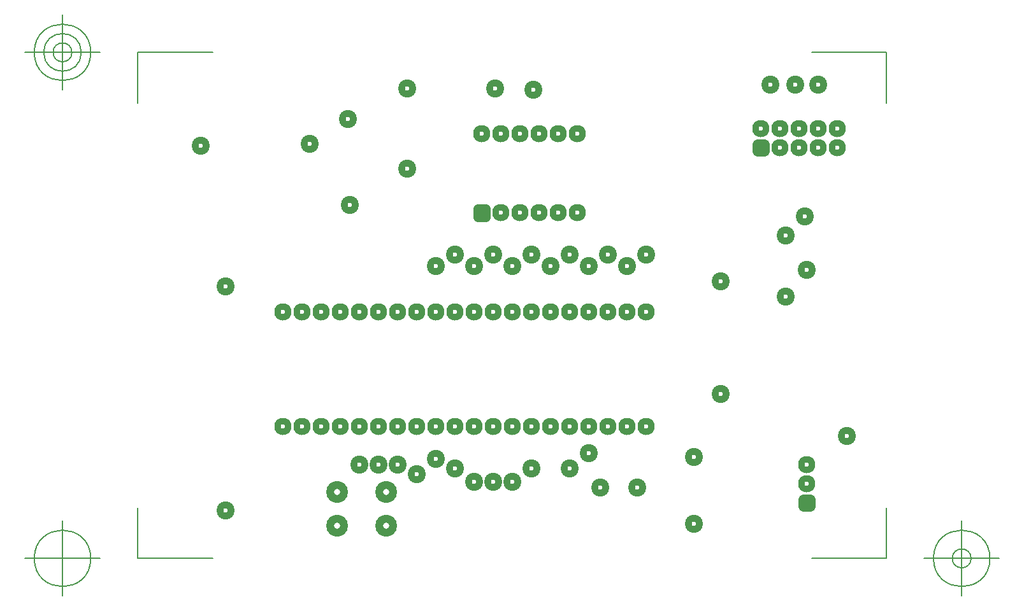
<source format=gbr>
G04 Generated by Ultiboard 14.0 *
%FSLAX34Y34*%
%MOMM*%

%ADD10C,0.0001*%
%ADD11C,0.1270*%
%ADD12C,2.4000X0.6000*%
%ADD13C,2.3000X0.6000*%
%ADD14R,1.0534X1.0534X0.6000*%
%ADD15C,1.2466*%
%ADD16R,0.9051X0.9051X0.6000*%
%ADD17C,1.3949*%
%ADD18C,2.9000X0.8000*%


G04 ColorRGB FF00CC for the following layer *
%LNSolder Mask Top*%
%LPD*%
G54D10*
G54D11*
X-50800Y63480D02*
X-50800Y130792D01*
X-50800Y63480D02*
X48676Y63480D01*
X943963Y63480D02*
X844487Y63480D01*
X943963Y63480D02*
X943963Y130792D01*
X943963Y736600D02*
X943963Y669288D01*
X943963Y736600D02*
X844487Y736600D01*
X-50800Y736600D02*
X48676Y736600D01*
X-50800Y736600D02*
X-50800Y669288D01*
X-100800Y63480D02*
X-200800Y63480D01*
X-150800Y13480D02*
X-150800Y113480D01*
X-188300Y63480D02*
G75*
D01*
G02X-188300Y63480I37500J0*
G01*
X993963Y63480D02*
X1093963Y63480D01*
X1043963Y13480D02*
X1043963Y113480D01*
X1006463Y63480D02*
G75*
D01*
G02X1006463Y63480I37500J0*
G01*
X1031463Y63480D02*
G75*
D01*
G02X1031463Y63480I12500J0*
G01*
X-100800Y736600D02*
X-200800Y736600D01*
X-150800Y686600D02*
X-150800Y786600D01*
X-188300Y736600D02*
G75*
D01*
G02X-188300Y736600I37500J0*
G01*
X-175800Y736600D02*
G75*
D01*
G02X-175800Y736600I25000J0*
G01*
X-163300Y736600D02*
G75*
D01*
G02X-163300Y736600I12500J0*
G01*
G54D12*
X563880Y157480D03*
X612563Y157480D03*
X370840Y468000D03*
X472440Y468000D03*
X624840Y468000D03*
X345440Y452000D03*
X396240Y452000D03*
X447040Y452000D03*
X548640Y452000D03*
X599440Y452000D03*
X421640Y468000D03*
X523240Y468000D03*
X574040Y468000D03*
X345440Y195580D03*
X370840Y182880D03*
X396240Y165100D03*
X320040Y175260D03*
X421640Y165100D03*
X447040Y165100D03*
X472440Y182880D03*
X523240Y182880D03*
X548640Y203200D03*
X822960Y693420D03*
X789940Y693420D03*
X853440Y693420D03*
X243840Y187960D03*
X269240Y187960D03*
X294640Y187960D03*
X497600Y452000D03*
X66040Y425000D03*
X723900Y281940D03*
X424180Y688340D03*
X228600Y647700D03*
X307340Y688340D03*
X838200Y447040D03*
X810260Y411480D03*
X835660Y518160D03*
X231140Y533400D03*
X474980Y687000D03*
X723900Y431800D03*
X66040Y127000D03*
X33020Y612140D03*
X177800Y614680D03*
X810260Y492760D03*
X307340Y581660D03*
X688340Y198120D03*
X688340Y109220D03*
X891540Y226060D03*
G54D13*
X406400Y628120D03*
X431800Y628120D03*
X457200Y628120D03*
X482600Y628120D03*
X508000Y628120D03*
X533400Y628120D03*
X431800Y523120D03*
X457200Y523120D03*
X482600Y523120D03*
X508000Y523120D03*
X533400Y523120D03*
X838200Y162560D03*
X838200Y187960D03*
X777240Y635000D03*
X878840Y609600D03*
X853440Y609600D03*
X828040Y609600D03*
X878840Y635000D03*
X802640Y635000D03*
X802640Y609600D03*
X828040Y635000D03*
X853440Y635000D03*
X218440Y238760D03*
X624840Y238760D03*
X269240Y391160D03*
X193040Y391160D03*
X167640Y391160D03*
X142240Y391160D03*
X243840Y391160D03*
X218440Y391160D03*
X421640Y391160D03*
X345440Y391160D03*
X320040Y391160D03*
X294640Y391160D03*
X396240Y391160D03*
X370840Y391160D03*
X497840Y391160D03*
X472440Y391160D03*
X447040Y391160D03*
X574040Y391160D03*
X548640Y391160D03*
X523240Y391160D03*
X599440Y391160D03*
X624840Y391160D03*
X142240Y238760D03*
X269240Y238760D03*
X193040Y238760D03*
X167640Y238760D03*
X243840Y238760D03*
X421640Y238760D03*
X345440Y238760D03*
X320040Y238760D03*
X294640Y238760D03*
X370840Y238760D03*
X396240Y238760D03*
X497840Y238760D03*
X447040Y238760D03*
X472440Y238760D03*
X574040Y238760D03*
X523240Y238760D03*
X548640Y238760D03*
X599440Y238760D03*
G54D14*
X406400Y523120D03*
G54D15*
X401133Y517853D02*
X411667Y517853D01*
X411667Y528387D01*
X401133Y528387D01*
X401133Y517853D01*D02*
G54D16*
X838200Y137160D03*
X777240Y609600D03*
G54D17*
X833675Y132635D02*
X842725Y132635D01*
X842725Y141685D01*
X833675Y141685D01*
X833675Y132635D01*D02*
X772715Y605075D02*
X781765Y605075D01*
X781765Y614125D01*
X772715Y614125D01*
X772715Y605075D01*D02*
G54D18*
X279400Y106680D03*
X279400Y151553D03*
X214207Y106680D03*
X214207Y151553D03*

M02*

</source>
